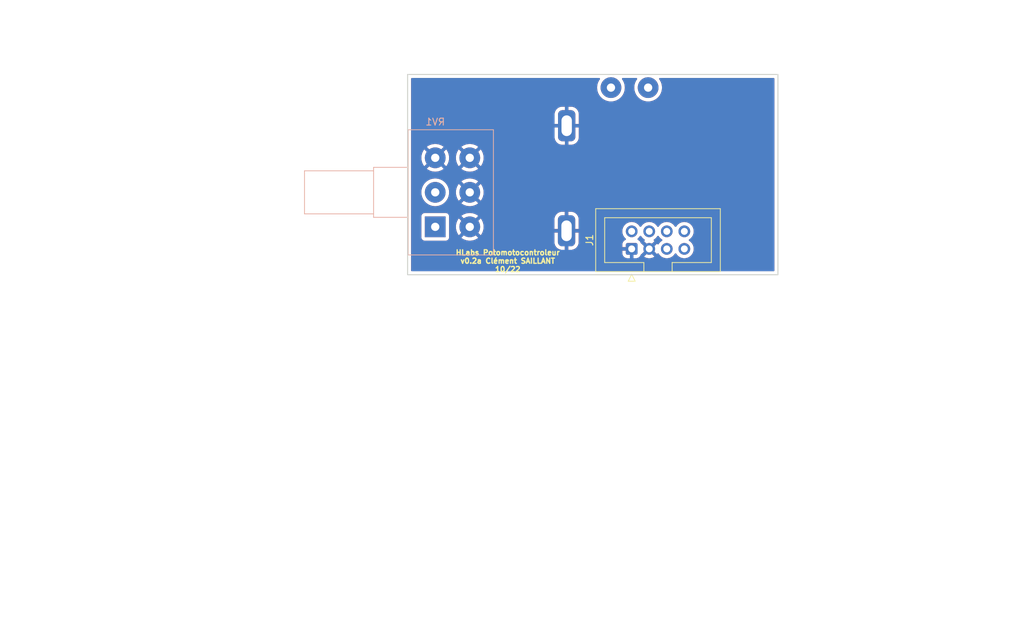
<source format=kicad_pcb>
(kicad_pcb (version 20211014) (generator pcbnew)
  (layers (0 "F.Cu" signal) (31 "B.Cu" signal) (34 "B.Paste" user) (35 "F.Paste" user) (36 "B.SilkS" user "B.Silkscreen") (37 "F.SilkS" user "F.Silkscreen") (38 "B.Mask" user) (39 "F.Mask" user) (44 "Edge.Cuts" user))
  (net 0 "")
  (net 1 "/VMOT")
  (net 2 "GND")
  (net 3 "+5V")
  (net 4 "pot_cmd")
  (net 5 "I2C SDA")
  (net 6 "I2C SCL")
  (net 7 "Net-(RV1-PadM-)")
  (net 8 "/M+")
  (footprint "Connector_IDC:IDC-Header_2x04_P2.54mm_Vertical" (layer "F.Cu") (at 107.94 137.2525 90)
    (fp_text reference "J1" (at 1.27 -6.1 90) (layer "F.SilkS"))
    (fp_text value "Conn_02x04_Odd_Even")
    (fp_line (start -4.68 0.5) (end -3.68 0) (layer "F.SilkS") (width 0.12))
    (fp_line (start -1.98 11.53) (end -1.98 5.86) (layer "F.SilkS") (width 0.12))
    (fp_line (start -3.29 12.83) (end -3.29 -5.21) (layer "F.SilkS") (width 0.12))
    (fp_line (start -1.98 -3.91) (end 4.52 -3.91) (layer "F.SilkS") (width 0.12))
    (fp_line (start 4.52 -3.91) (end 4.52 11.53) (layer "F.SilkS") (width 0.12))
    (fp_line (start 5.83 -5.21) (end 5.83 12.83) (layer "F.SilkS") (width 0.12))
    (fp_line (start 4.52 11.53) (end -1.98 11.53) (layer "F.SilkS") (width 0.12))
    (fp_line (start 5.83 12.83) (end -3.29 12.83) (layer "F.SilkS") (width 0.12))
    (fp_line (start -3.68 0) (end -4.68 -0.5) (layer "F.SilkS") (width 0.12))
    (fp_line (start -3.29 -5.21) (end 5.83 -5.21) (layer "F.SilkS") (width 0.12))
    (fp_line (start -1.98 1.76) (end -1.98 -3.91) (layer "F.SilkS") (width 0.12))
    (fp_line (start -1.98 5.86) (end -3.29 5.86) (layer "F.SilkS") (width 0.12))
    (fp_line (start -1.98 5.86) (end -1.98 5.86) (layer "F.SilkS") (width 0.12))
    (fp_line (start -4.68 -0.5) (end -4.68 0.5) (layer "F.SilkS") (width 0.12))
    (fp_line (start -3.29 1.76) (end -1.98 1.76) (layer "F.SilkS") (width 0.12))
    (pad "1" thru_hole roundrect locked (at 0 0 90) (size 1.7 1.7) (drill 1) (layers *.Cu *.Mask) (roundrect_rratio 0.1470588235) (net 2 "GND"))
    (pad "2" thru_hole circle locked (at 2.54 0 90) (size 1.7 1.7) (drill 1) (layers *.Cu *.Mask) (net 1 "/VMOT"))
    (pad "3" thru_hole circle locked (at 0 2.54 90) (size 1.7 1.7) (drill 1) (layers *.Cu *.Mask) (net 2 "GND"))
    (pad "4" thru_hole circle locked (at 2.54 2.54 90) (size 1.7 1.7) (drill 1) (layers *.Cu *.Mask) (net 1 "/VMOT"))
    (pad "5" thru_hole circle locked (at 0 5.08 90) (size 1.7 1.7) (drill 1) (layers *.Cu *.Mask) (net 4 "pot_cmd"))
    (pad "6" thru_hole circle locked (at 2.54 5.08 90) (size 1.7 1.7) (drill 1) (layers *.Cu *.Mask) (net 3 "+5V"))
    (pad "7" thru_hole circle locked (at 0 7.62 90) (size 1.7 1.7) (drill 1) (layers *.Cu *.Mask) (net 5 "I2C SDA"))
    (pad "8" thru_hole circle locked (at 2.54 7.62 90) (size 1.7 1.7) (drill 1) (layers *.Cu *.Mask) (net 6 "I2C SCL"))
  )
  (footprint "Potentiometer_THT:Potentiometer_RC-1601" (layer "B.Cu") (at 79.5 129)
    (fp_text reference "RV1" (at -0.000001 -10.139999 180) (layer "B.SilkS") (effects (justify mirror)))
    (fp_text value "Motorized_Potentiometer")
    (fp_line (start -3.92 3.68) (end -8.92 3.68) (layer "B.SilkS") (width 0.12))
    (fp_line (start 8.42 9.13) (end -3.92 9.13) (layer "B.SilkS") (width 0.12))
    (fp_line (start -18.92 -3.06) (end -18.92 3.18) (layer "B.SilkS") (width 0.12))
    (fp_line (start -3.92 -3.56) (end -8.92 -3.56) (layer "B.SilkS") (width 0.12))
    (fp_line (start -3.92 -9.01) (end -3.92 9.13) (layer "B.SilkS") (width 0.12))
    (fp_line (start -8.92 -3.06) (end -18.92 -3.06) (layer "B.SilkS") (width 0.12))
    (fp_line (start 8.42 -9.01) (end 8.42 9.13) (layer "B.SilkS") (width 0.12))
    (fp_line (start -8.92 3.18) (end -18.92 3.18) (layer "B.SilkS") (width 0.12))
    (fp_line (start -8.92 -3.56) (end -8.92 3.68) (layer "B.SilkS") (width 0.12))
    (fp_line (start 8.42 -9.01) (end -3.92 -9.01) (layer "B.SilkS") (width 0.12))
    (pad "1" thru_hole rect (at 0 5.06 180) (size 3 3) (drill 1.2) (layers *.Cu *.Mask) (net 3 "+5V"))
    (pad "2" thru_hole circle (at 0 0.06 180) (size 3 3) (drill 1.2) (layers *.Cu *.Mask) (net 4 "pot_cmd"))
    (pad "3" thru_hole circle (at 0 -4.94 180) (size 3 3) (drill 1.2) (layers *.Cu *.Mask) (net 2 "GND"))
    (pad "4" thru_hole circle (at 5 5.06 180) (size 3 3) (drill 1.2) (layers *.Cu *.Mask) (net 2 "GND"))
    (pad "5" thru_hole circle (at 5 0.06 180) (size 3 3) (drill 1.2) (layers *.Cu *.Mask) (net 2 "GND"))
    (pad "6" thru_hole circle (at 5 -4.94 180) (size 3 3) (drill 1.2) (layers *.Cu *.Mask) (net 2 "GND"))
    (pad "GND" thru_hole roundrect (at 19.03 -9.59 270) (size 4.5 2.5) (drill oval 3 1.5) (layers *.Cu *.Mask) (net 2 "GND"))
    (pad "GND" thru_hole roundrect (at 19.01 5.63 270) (size 4.5 2.5) (drill oval 3 1.5) (layers *.Cu *.Mask) (net 2 "GND"))
    (pad "M+" thru_hole circle (at 30.82 -15.11 180) (size 3 3) (drill 1.2) (layers *.Cu *.Mask) (net 8 "/M+"))
    (pad "M-" thru_hole circle (at 25.44 -15.11 180) (size 3 3) (drill 1.2) (layers *.Cu *.Mask) (net 7 "Net-(RV1-PadM-)"))
  )
  (gr_rect (start 75.5 111.9828) (end 129.1098 141) (layer "Edge.Cuts") (width 0.15) (fill none))
  (gr_text "HLabs Potomotocontroleur\nv0.2a Clément SAILLANT\n10/22" (at 90 139) (layer "F.SilkS") (effects (font (size 0.75 0.75) (thickness 0.1875))))
  (zone (net 2) (net_name "GND") (layers F&B.Cu) (connect_pads (clearance 0.508)) (min_thickness 0.254) (fill yes (thermal_gap 0.508) (thermal_bridge_width 0.508))
    (polygon (pts (xy 129 141) (xy 75.5 141) (xy 75.5 120.25) (xy 75.6 112.2) (xy 86.2 112) (xy 93.6 112) (xy 110.2 112) (xy 113.2 111.8) (xy 129 112.2)))
  )
)
</source>
